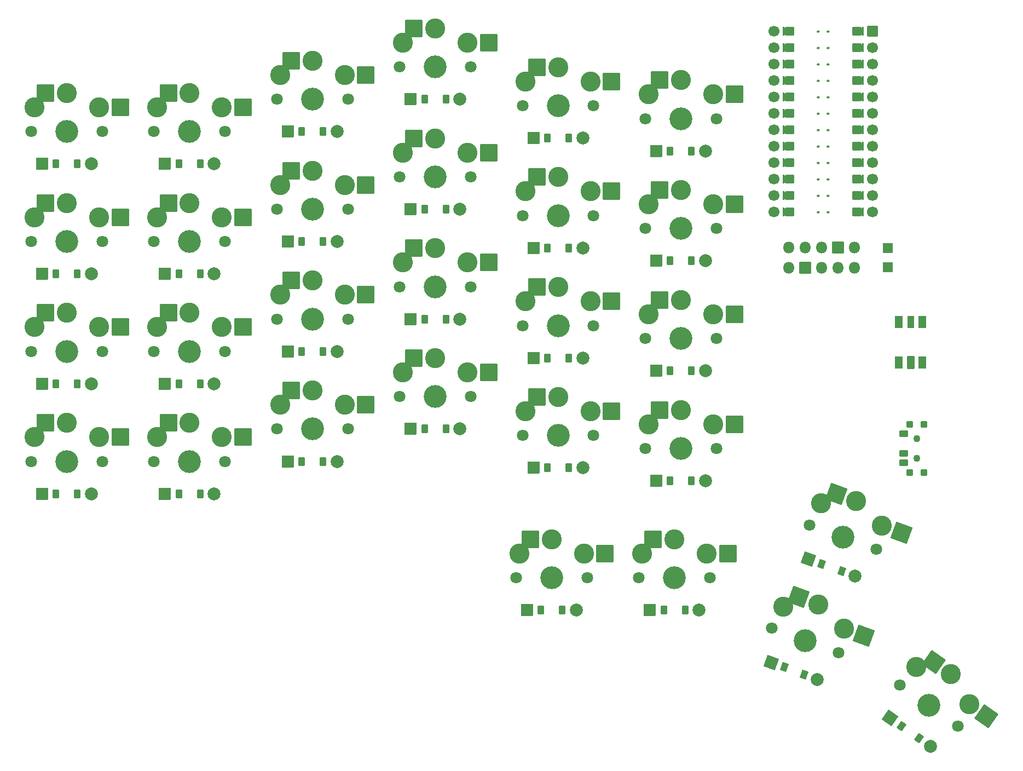
<source format=gbr>
%TF.GenerationSoftware,KiCad,Pcbnew,(6.0.9-0)*%
%TF.CreationDate,2023-01-27T10:49:12-06:00*%
%TF.ProjectId,boardv3,626f6172-6476-4332-9e6b-696361645f70,v1.0.0*%
%TF.SameCoordinates,Original*%
%TF.FileFunction,Soldermask,Bot*%
%TF.FilePolarity,Negative*%
%FSLAX46Y46*%
G04 Gerber Fmt 4.6, Leading zero omitted, Abs format (unit mm)*
G04 Created by KiCad (PCBNEW (6.0.9-0)) date 2023-01-27 10:49:12*
%MOMM*%
%LPD*%
G01*
G04 APERTURE LIST*
G04 Aperture macros list*
%AMRoundRect*
0 Rectangle with rounded corners*
0 $1 Rounding radius*
0 $2 $3 $4 $5 $6 $7 $8 $9 X,Y pos of 4 corners*
0 Add a 4 corners polygon primitive as box body*
4,1,4,$2,$3,$4,$5,$6,$7,$8,$9,$2,$3,0*
0 Add four circle primitives for the rounded corners*
1,1,$1+$1,$2,$3*
1,1,$1+$1,$4,$5*
1,1,$1+$1,$6,$7*
1,1,$1+$1,$8,$9*
0 Add four rect primitives between the rounded corners*
20,1,$1+$1,$2,$3,$4,$5,0*
20,1,$1+$1,$4,$5,$6,$7,0*
20,1,$1+$1,$6,$7,$8,$9,0*
20,1,$1+$1,$8,$9,$2,$3,0*%
%AMFreePoly0*
4,1,14,0.635355,0.435355,0.650000,0.400000,0.650000,0.200000,0.635355,0.164645,0.035355,-0.435355,0.000000,-0.450000,-0.035355,-0.435355,-0.635355,0.164645,-0.650000,0.200000,-0.650000,0.400000,-0.635355,0.435355,-0.600000,0.450000,0.600000,0.450000,0.635355,0.435355,0.635355,0.435355,$1*%
%AMFreePoly1*
4,1,16,0.635355,1.035355,0.650000,1.000000,0.650000,-0.250000,0.635355,-0.285355,0.600000,-0.300000,-0.600000,-0.300000,-0.635355,-0.285355,-0.650000,-0.250000,-0.650000,1.000000,-0.635355,1.035355,-0.600000,1.050000,-0.564645,1.035355,0.000000,0.470710,0.564645,1.035355,0.600000,1.050000,0.635355,1.035355,0.635355,1.035355,$1*%
G04 Aperture macros list end*
%ADD10C,0.250000*%
%ADD11C,0.100000*%
%ADD12RoundRect,0.050000X-0.500000X0.897500X-0.500000X-0.897500X0.500000X-0.897500X0.500000X0.897500X0*%
%ADD13RoundRect,0.050000X-0.545000X0.940000X-0.545000X-0.940000X0.545000X-0.940000X0.545000X0.940000X0*%
%ADD14RoundRect,0.050000X-0.550000X0.900000X-0.550000X-0.900000X0.550000X-0.900000X0.550000X0.900000X0*%
%ADD15C,3.529000*%
%ADD16C,3.100000*%
%ADD17C,1.801800*%
%ADD18RoundRect,0.050000X-1.300000X-1.300000X1.300000X-1.300000X1.300000X1.300000X-1.300000X1.300000X0*%
%ADD19RoundRect,0.050000X-0.450000X0.450000X-0.450000X-0.450000X0.450000X-0.450000X0.450000X0.450000X0*%
%ADD20C,1.100000*%
%ADD21RoundRect,0.050000X-0.625000X0.450000X-0.625000X-0.450000X0.625000X-0.450000X0.625000X0.450000X0*%
%ADD22RoundRect,0.050000X-0.889000X-0.889000X0.889000X-0.889000X0.889000X0.889000X-0.889000X0.889000X0*%
%ADD23RoundRect,0.050000X-0.450000X-0.600000X0.450000X-0.600000X0.450000X0.600000X-0.450000X0.600000X0*%
%ADD24C,2.005000*%
%ADD25RoundRect,0.050000X-1.139443X-0.531331X0.531331X-1.139443X1.139443X0.531331X-0.531331X1.139443X0*%
%ADD26RoundRect,0.050000X-0.628074X-0.409907X0.217650X-0.717725X0.628074X0.409907X-0.217650X0.717725X0*%
%ADD27RoundRect,0.050000X-1.666227X-0.776974X0.776974X-1.666227X1.666227X0.776974X-0.776974X1.666227X0*%
%ADD28C,1.700000*%
%ADD29FreePoly0,270.000000*%
%ADD30FreePoly0,90.000000*%
%ADD31RoundRect,0.050000X-0.800000X0.800000X-0.800000X-0.800000X0.800000X-0.800000X0.800000X0.800000X0*%
%ADD32FreePoly1,90.000000*%
%ADD33FreePoly1,270.000000*%
%ADD34RoundRect,0.050000X-0.750000X-0.750000X0.750000X-0.750000X0.750000X0.750000X-0.750000X0.750000X0*%
%ADD35RoundRect,0.050000X-0.712764X-0.233382X0.024473X-0.749601X0.712764X0.233382X-0.024473X0.749601X0*%
%ADD36RoundRect,0.050000X-1.238136X-0.218317X0.218317X-1.238136X1.238136X0.218317X-0.218317X1.238136X0*%
%ADD37O,1.800000X1.800000*%
%ADD38RoundRect,0.050000X0.850000X0.850000X-0.850000X0.850000X-0.850000X-0.850000X0.850000X-0.850000X0*%
%ADD39RoundRect,0.050000X-0.850000X-0.850000X0.850000X-0.850000X0.850000X0.850000X-0.850000X0.850000X0*%
%ADD40RoundRect,0.050000X-1.810547X-0.319248X0.319248X-1.810547X1.810547X0.319248X-0.319248X1.810547X0*%
G04 APERTURE END LIST*
D10*
%TO.C,MCU1*%
X118168200Y28996700D02*
G75*
G03*
X118168200Y28996700I-125000J0D01*
G01*
X116644200Y46776700D02*
G75*
G03*
X116644200Y46776700I-125000J0D01*
G01*
X118168200Y39156700D02*
G75*
G03*
X118168200Y39156700I-125000J0D01*
G01*
X118168200Y26456700D02*
G75*
G03*
X118168200Y26456700I-125000J0D01*
G01*
X116644200Y28996700D02*
G75*
G03*
X116644200Y28996700I-125000J0D01*
G01*
X118168200Y31536700D02*
G75*
G03*
X118168200Y31536700I-125000J0D01*
G01*
X116644200Y49316700D02*
G75*
G03*
X116644200Y49316700I-125000J0D01*
G01*
X116644200Y39156700D02*
G75*
G03*
X116644200Y39156700I-125000J0D01*
G01*
X118168200Y36616700D02*
G75*
G03*
X118168200Y36616700I-125000J0D01*
G01*
X116644200Y26456700D02*
G75*
G03*
X116644200Y26456700I-125000J0D01*
G01*
X116644200Y21376700D02*
G75*
G03*
X116644200Y21376700I-125000J0D01*
G01*
X116644200Y36616700D02*
G75*
G03*
X116644200Y36616700I-125000J0D01*
G01*
X118168200Y21376700D02*
G75*
G03*
X118168200Y21376700I-125000J0D01*
G01*
X118168200Y23916700D02*
G75*
G03*
X118168200Y23916700I-125000J0D01*
G01*
X118168200Y49316700D02*
G75*
G03*
X118168200Y49316700I-125000J0D01*
G01*
X116644200Y23916700D02*
G75*
G03*
X116644200Y23916700I-125000J0D01*
G01*
X116644200Y31536700D02*
G75*
G03*
X116644200Y31536700I-125000J0D01*
G01*
X118168200Y46776700D02*
G75*
G03*
X118168200Y46776700I-125000J0D01*
G01*
X118168200Y44236700D02*
G75*
G03*
X118168200Y44236700I-125000J0D01*
G01*
X118168200Y41696700D02*
G75*
G03*
X118168200Y41696700I-125000J0D01*
G01*
X116644200Y44236700D02*
G75*
G03*
X116644200Y44236700I-125000J0D01*
G01*
X116644200Y34076700D02*
G75*
G03*
X116644200Y34076700I-125000J0D01*
G01*
X118168200Y34076700D02*
G75*
G03*
X118168200Y34076700I-125000J0D01*
G01*
X116644200Y41696700D02*
G75*
G03*
X116644200Y41696700I-125000J0D01*
G01*
G36*
X112201200Y23408700D02*
G01*
X111185200Y23408700D01*
X111185200Y24424700D01*
X112201200Y24424700D01*
X112201200Y23408700D01*
G37*
D11*
X112201200Y23408700D02*
X111185200Y23408700D01*
X111185200Y24424700D01*
X112201200Y24424700D01*
X112201200Y23408700D01*
G36*
X123377200Y33568700D02*
G01*
X122361200Y33568700D01*
X122361200Y34584700D01*
X123377200Y34584700D01*
X123377200Y33568700D01*
G37*
X123377200Y33568700D02*
X122361200Y33568700D01*
X122361200Y34584700D01*
X123377200Y34584700D01*
X123377200Y33568700D01*
G36*
X123377200Y43728700D02*
G01*
X122361200Y43728700D01*
X122361200Y44744700D01*
X123377200Y44744700D01*
X123377200Y43728700D01*
G37*
X123377200Y43728700D02*
X122361200Y43728700D01*
X122361200Y44744700D01*
X123377200Y44744700D01*
X123377200Y43728700D01*
G36*
X112201200Y28488700D02*
G01*
X111185200Y28488700D01*
X111185200Y29504700D01*
X112201200Y29504700D01*
X112201200Y28488700D01*
G37*
X112201200Y28488700D02*
X111185200Y28488700D01*
X111185200Y29504700D01*
X112201200Y29504700D01*
X112201200Y28488700D01*
G36*
X112201200Y20868700D02*
G01*
X111185200Y20868700D01*
X111185200Y21884700D01*
X112201200Y21884700D01*
X112201200Y20868700D01*
G37*
X112201200Y20868700D02*
X111185200Y20868700D01*
X111185200Y21884700D01*
X112201200Y21884700D01*
X112201200Y20868700D01*
G36*
X123377200Y28488700D02*
G01*
X122361200Y28488700D01*
X122361200Y29504700D01*
X123377200Y29504700D01*
X123377200Y28488700D01*
G37*
X123377200Y28488700D02*
X122361200Y28488700D01*
X122361200Y29504700D01*
X123377200Y29504700D01*
X123377200Y28488700D01*
G36*
X123377200Y36108700D02*
G01*
X122361200Y36108700D01*
X122361200Y37124700D01*
X123377200Y37124700D01*
X123377200Y36108700D01*
G37*
X123377200Y36108700D02*
X122361200Y36108700D01*
X122361200Y37124700D01*
X123377200Y37124700D01*
X123377200Y36108700D01*
G36*
X112201200Y31028700D02*
G01*
X111185200Y31028700D01*
X111185200Y32044700D01*
X112201200Y32044700D01*
X112201200Y31028700D01*
G37*
X112201200Y31028700D02*
X111185200Y31028700D01*
X111185200Y32044700D01*
X112201200Y32044700D01*
X112201200Y31028700D01*
G36*
X112201200Y46268700D02*
G01*
X111185200Y46268700D01*
X111185200Y47284700D01*
X112201200Y47284700D01*
X112201200Y46268700D01*
G37*
X112201200Y46268700D02*
X111185200Y46268700D01*
X111185200Y47284700D01*
X112201200Y47284700D01*
X112201200Y46268700D01*
G36*
X123377200Y25948700D02*
G01*
X122361200Y25948700D01*
X122361200Y26964700D01*
X123377200Y26964700D01*
X123377200Y25948700D01*
G37*
X123377200Y25948700D02*
X122361200Y25948700D01*
X122361200Y26964700D01*
X123377200Y26964700D01*
X123377200Y25948700D01*
G36*
X112201200Y48808700D02*
G01*
X111185200Y48808700D01*
X111185200Y49824700D01*
X112201200Y49824700D01*
X112201200Y48808700D01*
G37*
X112201200Y48808700D02*
X111185200Y48808700D01*
X111185200Y49824700D01*
X112201200Y49824700D01*
X112201200Y48808700D01*
G36*
X123377200Y41188700D02*
G01*
X122361200Y41188700D01*
X122361200Y42204700D01*
X123377200Y42204700D01*
X123377200Y41188700D01*
G37*
X123377200Y41188700D02*
X122361200Y41188700D01*
X122361200Y42204700D01*
X123377200Y42204700D01*
X123377200Y41188700D01*
G36*
X123377200Y23408700D02*
G01*
X122361200Y23408700D01*
X122361200Y24424700D01*
X123377200Y24424700D01*
X123377200Y23408700D01*
G37*
X123377200Y23408700D02*
X122361200Y23408700D01*
X122361200Y24424700D01*
X123377200Y24424700D01*
X123377200Y23408700D01*
G36*
X112201200Y38648700D02*
G01*
X111185200Y38648700D01*
X111185200Y39664700D01*
X112201200Y39664700D01*
X112201200Y38648700D01*
G37*
X112201200Y38648700D02*
X111185200Y38648700D01*
X111185200Y39664700D01*
X112201200Y39664700D01*
X112201200Y38648700D01*
G36*
X112201200Y43728700D02*
G01*
X111185200Y43728700D01*
X111185200Y44744700D01*
X112201200Y44744700D01*
X112201200Y43728700D01*
G37*
X112201200Y43728700D02*
X111185200Y43728700D01*
X111185200Y44744700D01*
X112201200Y44744700D01*
X112201200Y43728700D01*
G36*
X123377200Y48808700D02*
G01*
X122361200Y48808700D01*
X122361200Y49824700D01*
X123377200Y49824700D01*
X123377200Y48808700D01*
G37*
X123377200Y48808700D02*
X122361200Y48808700D01*
X122361200Y49824700D01*
X123377200Y49824700D01*
X123377200Y48808700D01*
G36*
X123377200Y31028700D02*
G01*
X122361200Y31028700D01*
X122361200Y32044700D01*
X123377200Y32044700D01*
X123377200Y31028700D01*
G37*
X123377200Y31028700D02*
X122361200Y31028700D01*
X122361200Y32044700D01*
X123377200Y32044700D01*
X123377200Y31028700D01*
G36*
X112201200Y33568700D02*
G01*
X111185200Y33568700D01*
X111185200Y34584700D01*
X112201200Y34584700D01*
X112201200Y33568700D01*
G37*
X112201200Y33568700D02*
X111185200Y33568700D01*
X111185200Y34584700D01*
X112201200Y34584700D01*
X112201200Y33568700D01*
G36*
X112201200Y41188700D02*
G01*
X111185200Y41188700D01*
X111185200Y42204700D01*
X112201200Y42204700D01*
X112201200Y41188700D01*
G37*
X112201200Y41188700D02*
X111185200Y41188700D01*
X111185200Y42204700D01*
X112201200Y42204700D01*
X112201200Y41188700D01*
G36*
X112201200Y36108700D02*
G01*
X111185200Y36108700D01*
X111185200Y37124700D01*
X112201200Y37124700D01*
X112201200Y36108700D01*
G37*
X112201200Y36108700D02*
X111185200Y36108700D01*
X111185200Y37124700D01*
X112201200Y37124700D01*
X112201200Y36108700D01*
G36*
X112201200Y25948700D02*
G01*
X111185200Y25948700D01*
X111185200Y26964700D01*
X112201200Y26964700D01*
X112201200Y25948700D01*
G37*
X112201200Y25948700D02*
X111185200Y25948700D01*
X111185200Y26964700D01*
X112201200Y26964700D01*
X112201200Y25948700D01*
G36*
X123377200Y38648700D02*
G01*
X122361200Y38648700D01*
X122361200Y39664700D01*
X123377200Y39664700D01*
X123377200Y38648700D01*
G37*
X123377200Y38648700D02*
X122361200Y38648700D01*
X122361200Y39664700D01*
X123377200Y39664700D01*
X123377200Y38648700D01*
G36*
X123377200Y46268700D02*
G01*
X122361200Y46268700D01*
X122361200Y47284700D01*
X123377200Y47284700D01*
X123377200Y46268700D01*
G37*
X123377200Y46268700D02*
X122361200Y46268700D01*
X122361200Y47284700D01*
X123377200Y47284700D01*
X123377200Y46268700D01*
G36*
X123377200Y20868700D02*
G01*
X122361200Y20868700D01*
X122361200Y21884700D01*
X123377200Y21884700D01*
X123377200Y20868700D01*
G37*
X123377200Y20868700D02*
X122361200Y20868700D01*
X122361200Y21884700D01*
X123377200Y21884700D01*
X123377200Y20868700D01*
%TD*%
D12*
%TO.C,B2*%
X130830000Y4407500D03*
D13*
X130870000Y-1910000D03*
D14*
X132660000Y4370000D03*
X132660000Y-1830000D03*
X128960000Y4370000D03*
X128960000Y-1830000D03*
%TD*%
D15*
%TO.C,S24*%
X95281200Y35846700D03*
D16*
X90281200Y39596700D03*
X100281200Y39596700D03*
D17*
X100781200Y35846700D03*
D16*
X95281200Y41796700D03*
X95281200Y41796700D03*
D17*
X89781200Y35846700D03*
D18*
X92006200Y41796700D03*
X103556200Y39596700D03*
%TD*%
D17*
%TO.C,S25*%
X80781200Y-35153300D03*
D16*
X75281200Y-29203300D03*
X80281200Y-31403300D03*
X75281200Y-29203300D03*
D15*
X75281200Y-35153300D03*
D17*
X69781200Y-35153300D03*
D16*
X70281200Y-31403300D03*
D18*
X72006200Y-29203300D03*
X83556200Y-31403300D03*
%TD*%
D17*
%TO.C,S11*%
X43781200Y21846700D03*
X32781200Y21846700D03*
D16*
X38281200Y27796700D03*
X33281200Y25596700D03*
D15*
X38281200Y21846700D03*
D16*
X43281200Y25596700D03*
X38281200Y27796700D03*
D18*
X35006200Y27796700D03*
X46556200Y25596700D03*
%TD*%
D16*
%TO.C,S6*%
X19281200Y5796700D03*
D15*
X19281200Y-153300D03*
D17*
X24781200Y-153300D03*
D16*
X14281200Y3596700D03*
D17*
X13781200Y-153300D03*
D16*
X19281200Y5796700D03*
X24281200Y3596700D03*
D18*
X16006200Y5796700D03*
X27556200Y3596700D03*
%TD*%
D19*
%TO.C,T1*%
X132881200Y-11453300D03*
D20*
X131781200Y-16653300D03*
D19*
X132881200Y-18853300D03*
X130681200Y-18853300D03*
X130681200Y-11453300D03*
D20*
X131781200Y-13653300D03*
D21*
X129706200Y-12903300D03*
X129706200Y-15903300D03*
X129706200Y-17403300D03*
%TD*%
D22*
%TO.C,D15*%
X53471200Y21846700D03*
D23*
X55631200Y21846700D03*
D24*
X61091200Y21846700D03*
D23*
X58931200Y21846700D03*
%TD*%
%TO.C,D26*%
X92631200Y-40153300D03*
D22*
X90471200Y-40153300D03*
D24*
X98091200Y-40153300D03*
D23*
X95931200Y-40153300D03*
%TD*%
D22*
%TO.C,D5*%
X15471200Y-22153300D03*
D23*
X17631200Y-22153300D03*
D24*
X23091200Y-22153300D03*
D23*
X20931200Y-22153300D03*
%TD*%
D25*
%TO.C,D27*%
X109236271Y-48245803D03*
D26*
X111266007Y-48984567D03*
D24*
X116396729Y-50851997D03*
D26*
X114366993Y-50113233D03*
%TD*%
D22*
%TO.C,D17*%
X72471200Y-18153300D03*
D23*
X74631200Y-18153300D03*
D24*
X80091200Y-18153300D03*
D23*
X77931200Y-18153300D03*
%TD*%
D16*
%TO.C,S21*%
X100281200Y-11403300D03*
X95281200Y-9203300D03*
D15*
X95281200Y-15153300D03*
D16*
X90281200Y-11403300D03*
X95281200Y-9203300D03*
D17*
X100781200Y-15153300D03*
X89781200Y-15153300D03*
D18*
X92006200Y-9203300D03*
X103556200Y-11403300D03*
%TD*%
D23*
%TO.C,D4*%
X-1368800Y28846700D03*
D22*
X-3528800Y28846700D03*
D23*
X1931200Y28846700D03*
D24*
X4091200Y28846700D03*
%TD*%
D16*
%TO.C,S27*%
X111110712Y-39616552D03*
X116561620Y-39259329D03*
X120507639Y-43036753D03*
D15*
X114526600Y-44850500D03*
D16*
X116561620Y-39259329D03*
D17*
X119694909Y-46731611D03*
X109358291Y-42969389D03*
D27*
X113484127Y-38139213D03*
X123585132Y-44156869D03*
%TD*%
D23*
%TO.C,D10*%
X36631200Y-153300D03*
D22*
X34471200Y-153300D03*
D23*
X39931200Y-153300D03*
D24*
X42091200Y-153300D03*
%TD*%
D28*
%TO.C,MCU1*%
X124901200Y26456700D03*
X109661200Y34076700D03*
D29*
X123123200Y21376700D03*
D28*
X124901200Y21376700D03*
D30*
X111439200Y28996700D03*
D28*
X124901200Y36616700D03*
D30*
X111439200Y23916700D03*
D29*
X123123200Y44236700D03*
D30*
X111439200Y31536700D03*
D28*
X124901200Y28996700D03*
X124901200Y23916700D03*
D30*
X111439200Y41696700D03*
D28*
X109661200Y23916700D03*
D29*
X123123200Y23916700D03*
D28*
X124901200Y46776700D03*
D29*
X123123200Y31536700D03*
X123123200Y39156700D03*
X123123200Y46776700D03*
X123123200Y49316700D03*
X123123200Y34076700D03*
D28*
X124901200Y39156700D03*
X109661200Y26456700D03*
X124901200Y41696700D03*
D30*
X111439200Y36616700D03*
X111439200Y39156700D03*
X111439200Y49316700D03*
D28*
X109661200Y21376700D03*
X109661200Y49316700D03*
D29*
X123123200Y28996700D03*
D28*
X109661200Y36616700D03*
X109661200Y31536700D03*
X109661200Y44236700D03*
X124901200Y49316700D03*
D30*
X111439200Y26456700D03*
D28*
X124901200Y44236700D03*
D31*
X124901200Y49316700D03*
D28*
X109661200Y28996700D03*
X109661200Y46776700D03*
X109661200Y39156700D03*
D30*
X111439200Y21376700D03*
D28*
X109661200Y41696700D03*
X124901200Y31536700D03*
D29*
X123123200Y26456700D03*
D30*
X111439200Y34076700D03*
X111439200Y44236700D03*
X111439200Y46776700D03*
D28*
X124901200Y34076700D03*
D29*
X123123200Y36616700D03*
X123123200Y41696700D03*
D32*
X112455200Y49316700D03*
X112455200Y46776700D03*
X112455200Y44236700D03*
X112455200Y41696700D03*
X112455200Y39156700D03*
X112455200Y36616700D03*
X112455200Y34076700D03*
X112455200Y31536700D03*
X112455200Y28996700D03*
X112455200Y26456700D03*
X112455200Y23916700D03*
X112455200Y21376700D03*
D33*
X122107200Y21376700D03*
X122107200Y23916700D03*
X122107200Y26456700D03*
X122107200Y28996700D03*
X122107200Y31536700D03*
X122107200Y34076700D03*
X122107200Y36616700D03*
X122107200Y39156700D03*
X122107200Y41696700D03*
X122107200Y44236700D03*
X122107200Y46776700D03*
X122107200Y49316700D03*
%TD*%
D17*
%TO.C,S18*%
X81781200Y3846700D03*
D16*
X76281200Y9796700D03*
X76281200Y9796700D03*
X71281200Y7596700D03*
D17*
X70781200Y3846700D03*
D15*
X76281200Y3846700D03*
D16*
X81281200Y7596700D03*
D18*
X73006200Y9796700D03*
X84556200Y7596700D03*
%TD*%
D34*
%TO.C,PAD2*%
X127281200Y15846700D03*
%TD*%
D17*
%TO.C,S16*%
X51781200Y43846700D03*
D16*
X52281200Y47596700D03*
D17*
X62781200Y43846700D03*
D16*
X62281200Y47596700D03*
X57281200Y49796700D03*
D15*
X57281200Y43846700D03*
D16*
X57281200Y49796700D03*
D18*
X54006200Y49796700D03*
X65556200Y47596700D03*
%TD*%
D22*
%TO.C,D2*%
X-3528800Y-5153300D03*
D23*
X-1368800Y-5153300D03*
X1931200Y-5153300D03*
D24*
X4091200Y-5153300D03*
%TD*%
D20*
%TO.C,T2*%
X131781200Y-16653300D03*
X131781200Y-13653300D03*
%TD*%
D15*
%TO.C,S23*%
X95281200Y18846700D03*
D16*
X100281200Y22596700D03*
X95281200Y24796700D03*
D17*
X100781200Y18846700D03*
X89781200Y18846700D03*
D16*
X90281200Y22596700D03*
X95281200Y24796700D03*
D18*
X92006200Y24796700D03*
X103556200Y22596700D03*
%TD*%
D17*
%TO.C,S7*%
X13781200Y16846700D03*
D16*
X14281200Y20596700D03*
X19281200Y22796700D03*
D17*
X24781200Y16846700D03*
D16*
X19281200Y22796700D03*
X24281200Y20596700D03*
D15*
X19281200Y16846700D03*
D18*
X16006200Y22796700D03*
X27556200Y20596700D03*
%TD*%
D17*
%TO.C,S4*%
X5781200Y33846700D03*
D15*
X281200Y33846700D03*
D17*
X-5218800Y33846700D03*
D16*
X-4718800Y37596700D03*
X281200Y39796700D03*
X281200Y39796700D03*
X5281200Y37596700D03*
D18*
X-2993800Y39796700D03*
X8556200Y37596700D03*
%TD*%
D22*
%TO.C,D8*%
X15471200Y28846700D03*
D23*
X17631200Y28846700D03*
X20931200Y28846700D03*
D24*
X23091200Y28846700D03*
%TD*%
D16*
%TO.C,S14*%
X52281200Y13596700D03*
X57281200Y15796700D03*
D17*
X51781200Y9846700D03*
X62781200Y9846700D03*
D16*
X57281200Y15796700D03*
X62281200Y13596700D03*
D15*
X57281200Y9846700D03*
D18*
X54006200Y15796700D03*
X65556200Y13596700D03*
%TD*%
D23*
%TO.C,D7*%
X17631200Y11846700D03*
D22*
X15471200Y11846700D03*
D23*
X20931200Y11846700D03*
D24*
X23091200Y11846700D03*
%TD*%
D16*
%TO.C,S19*%
X71281200Y24596700D03*
D17*
X70781200Y20846700D03*
D16*
X76281200Y26796700D03*
D15*
X76281200Y20846700D03*
D16*
X76281200Y26796700D03*
X81281200Y24596700D03*
D17*
X81781200Y20846700D03*
D18*
X73006200Y26796700D03*
X84556200Y24596700D03*
%TD*%
D16*
%TO.C,S10*%
X33281200Y8596700D03*
X43281200Y8596700D03*
D17*
X32781200Y4846700D03*
X43781200Y4846700D03*
D15*
X38281200Y4846700D03*
D16*
X38281200Y10796700D03*
X38281200Y10796700D03*
D18*
X35006200Y10796700D03*
X46556200Y8596700D03*
%TD*%
D35*
%TO.C,D29*%
X129412799Y-58055999D03*
D36*
X127643431Y-56817074D03*
D24*
X133885369Y-61187726D03*
D35*
X132116001Y-59948801D03*
%TD*%
D16*
%TO.C,S2*%
X5281200Y3596700D03*
D15*
X281200Y-153300D03*
D16*
X281200Y5796700D03*
X-4718800Y3596700D03*
D17*
X-5218800Y-153300D03*
X5781200Y-153300D03*
D16*
X281200Y5796700D03*
D18*
X-2993800Y5796700D03*
X8556200Y3596700D03*
%TD*%
D22*
%TO.C,D3*%
X-3528800Y11846700D03*
D23*
X-1368800Y11846700D03*
X1931200Y11846700D03*
D24*
X4091200Y11846700D03*
%TD*%
D23*
%TO.C,D22*%
X93631200Y-3153300D03*
D22*
X91471200Y-3153300D03*
D24*
X99091200Y-3153300D03*
D23*
X96931200Y-3153300D03*
%TD*%
D15*
%TO.C,S22*%
X95281200Y1846700D03*
D16*
X95281200Y7796700D03*
X100281200Y5596700D03*
D17*
X100781200Y1846700D03*
D16*
X95281200Y7796700D03*
D17*
X89781200Y1846700D03*
D16*
X90281200Y5596700D03*
D18*
X92006200Y7796700D03*
X103556200Y5596700D03*
%TD*%
D22*
%TO.C,D12*%
X34471200Y33846700D03*
D23*
X36631200Y33846700D03*
X39931200Y33846700D03*
D24*
X42091200Y33846700D03*
%TD*%
D23*
%TO.C,D6*%
X17631200Y-5153300D03*
D22*
X15471200Y-5153300D03*
D23*
X20931200Y-5153300D03*
D24*
X23091200Y-5153300D03*
%TD*%
D16*
%TO.C,S20*%
X71281200Y41596700D03*
X81281200Y41596700D03*
X76281200Y43796700D03*
X76281200Y43796700D03*
D15*
X76281200Y37846700D03*
D17*
X70781200Y37846700D03*
X81781200Y37846700D03*
D18*
X73006200Y43796700D03*
X84556200Y41596700D03*
%TD*%
D16*
%TO.C,S26*%
X94281200Y-29203300D03*
D17*
X88781200Y-35153300D03*
D16*
X99281200Y-31403300D03*
X94281200Y-29203300D03*
D17*
X99781200Y-35153300D03*
D15*
X94281200Y-35153300D03*
D16*
X89281200Y-31403300D03*
D18*
X91006200Y-29203300D03*
X102556200Y-31403300D03*
%TD*%
D34*
%TO.C,PAD1*%
X127281200Y12846700D03*
%TD*%
D17*
%TO.C,S9*%
X43781200Y-12153300D03*
D15*
X38281200Y-12153300D03*
D17*
X32781200Y-12153300D03*
D16*
X33281200Y-8403300D03*
X43281200Y-8403300D03*
X38281200Y-6203300D03*
X38281200Y-6203300D03*
D18*
X35006200Y-6203300D03*
X46556200Y-8403300D03*
%TD*%
D23*
%TO.C,D23*%
X93631200Y13846700D03*
D22*
X91471200Y13846700D03*
D24*
X99091200Y13846700D03*
D23*
X96931200Y13846700D03*
%TD*%
D37*
%TO.C,OLED2*%
X111941200Y12746700D03*
D38*
X114481200Y12746700D03*
D37*
X117021200Y12746700D03*
X119561200Y12746700D03*
X122101200Y12746700D03*
%TD*%
%TO.C,OLED1*%
X122121200Y15946700D03*
D39*
X119581200Y15946700D03*
D37*
X117041200Y15946700D03*
X114501200Y15946700D03*
X111961200Y15946700D03*
%TD*%
D16*
%TO.C,S5*%
X24281200Y-13403300D03*
X14281200Y-13403300D03*
X19281200Y-11203300D03*
X19281200Y-11203300D03*
D17*
X24781200Y-17153300D03*
X13781200Y-17153300D03*
D15*
X19281200Y-17153300D03*
D18*
X16006200Y-11203300D03*
X27556200Y-13403300D03*
%TD*%
D26*
%TO.C,D28*%
X117080407Y-33009867D03*
D25*
X115050671Y-32271103D03*
D26*
X120181393Y-34138533D03*
D24*
X122211129Y-34877297D03*
%TD*%
D17*
%TO.C,S3*%
X5781200Y16846700D03*
D16*
X-4718800Y20596700D03*
X281200Y22796700D03*
D17*
X-5218800Y16846700D03*
D16*
X281200Y22796700D03*
X5281200Y20596700D03*
D15*
X281200Y16846700D03*
D18*
X-2993800Y22796700D03*
X8556200Y20596700D03*
%TD*%
D16*
%TO.C,S15*%
X57281200Y32796700D03*
D15*
X57281200Y26846700D03*
D16*
X57281200Y32796700D03*
X62281200Y30596700D03*
D17*
X62781200Y26846700D03*
X51781200Y26846700D03*
D16*
X52281200Y30596700D03*
D18*
X54006200Y32796700D03*
X65556200Y30596700D03*
%TD*%
D17*
%TO.C,S1*%
X-5218800Y-17153300D03*
D16*
X281200Y-11203300D03*
X5281200Y-13403300D03*
X281200Y-11203300D03*
D15*
X281200Y-17153300D03*
D17*
X5781200Y-17153300D03*
D16*
X-4718800Y-13403300D03*
D18*
X-2993800Y-11203300D03*
X8556200Y-13403300D03*
%TD*%
D22*
%TO.C,D9*%
X34471200Y-17153300D03*
D23*
X36631200Y-17153300D03*
D24*
X42091200Y-17153300D03*
D23*
X39931200Y-17153300D03*
%TD*%
D16*
%TO.C,S12*%
X43281200Y42596700D03*
X38281200Y44796700D03*
D15*
X38281200Y38846700D03*
D17*
X32781200Y38846700D03*
D16*
X33281200Y42596700D03*
D17*
X43781200Y38846700D03*
D16*
X38281200Y44796700D03*
D18*
X35006200Y44796700D03*
X46556200Y42596700D03*
%TD*%
D16*
%TO.C,S8*%
X19281200Y39796700D03*
X24281200Y37596700D03*
D17*
X13781200Y33846700D03*
D15*
X19281200Y33846700D03*
D17*
X24781200Y33846700D03*
D16*
X19281200Y39796700D03*
X14281200Y37596700D03*
D18*
X16006200Y39796700D03*
X27556200Y37596700D03*
%TD*%
D22*
%TO.C,D25*%
X71471200Y-40153300D03*
D23*
X73631200Y-40153300D03*
D24*
X79091200Y-40153300D03*
D23*
X76931200Y-40153300D03*
%TD*%
D22*
%TO.C,D20*%
X72471200Y32846700D03*
D23*
X74631200Y32846700D03*
D24*
X80091200Y32846700D03*
D23*
X77931200Y32846700D03*
%TD*%
%TO.C,D21*%
X93631200Y-20153300D03*
D22*
X91471200Y-20153300D03*
D24*
X99091200Y-20153300D03*
D23*
X96931200Y-20153300D03*
%TD*%
%TO.C,D1*%
X-1368800Y-22153300D03*
D22*
X-3528800Y-22153300D03*
D23*
X1931200Y-22153300D03*
D24*
X4091200Y-22153300D03*
%TD*%
D23*
%TO.C,D18*%
X74631200Y-1153300D03*
D22*
X72471200Y-1153300D03*
D24*
X80091200Y-1153300D03*
D23*
X77931200Y-1153300D03*
%TD*%
D22*
%TO.C,D14*%
X53471200Y4846700D03*
D23*
X55631200Y4846700D03*
D24*
X61091200Y4846700D03*
D23*
X58931200Y4846700D03*
%TD*%
%TO.C,D11*%
X36631200Y16846700D03*
D22*
X34471200Y16846700D03*
D23*
X39931200Y16846700D03*
D24*
X42091200Y16846700D03*
%TD*%
D16*
%TO.C,S13*%
X52281200Y-3403300D03*
D17*
X62781200Y-7153300D03*
D15*
X57281200Y-7153300D03*
D16*
X62281200Y-3403300D03*
X57281200Y-1203300D03*
X57281200Y-1203300D03*
D17*
X51781200Y-7153300D03*
D18*
X54006200Y-1203300D03*
X65556200Y-3403300D03*
%TD*%
D22*
%TO.C,D13*%
X53471200Y-12153300D03*
D23*
X55631200Y-12153300D03*
X58931200Y-12153300D03*
D24*
X61091200Y-12153300D03*
%TD*%
D16*
%TO.C,S17*%
X76281200Y-7203300D03*
X71281200Y-9403300D03*
D17*
X81781200Y-13153300D03*
D15*
X76281200Y-13153300D03*
D17*
X70781200Y-13153300D03*
D16*
X76281200Y-7203300D03*
X81281200Y-9403300D03*
D18*
X73006200Y-7203300D03*
X84556200Y-9403300D03*
%TD*%
D23*
%TO.C,D16*%
X55631200Y38846700D03*
D22*
X53471200Y38846700D03*
D24*
X61091200Y38846700D03*
D23*
X58931200Y38846700D03*
%TD*%
D16*
%TO.C,S28*%
X126322039Y-27061953D03*
X122376020Y-23284529D03*
D15*
X120341000Y-28875700D03*
D16*
X116925112Y-23641752D03*
X122376020Y-23284529D03*
D17*
X125509309Y-30756811D03*
X115172691Y-26994589D03*
D27*
X119298527Y-22164413D03*
X129399532Y-28182069D03*
%TD*%
D17*
%TO.C,S29*%
X129126964Y-51751930D03*
D16*
X137045080Y-50032645D03*
D15*
X133632300Y-54906600D03*
D16*
X139878972Y-54702662D03*
X131687451Y-48966898D03*
X137045080Y-50032645D03*
D17*
X138137636Y-58061270D03*
D40*
X134362357Y-48154183D03*
X142561695Y-56581125D03*
%TD*%
D22*
%TO.C,D19*%
X72471200Y15846700D03*
D23*
X74631200Y15846700D03*
X77931200Y15846700D03*
D24*
X80091200Y15846700D03*
%TD*%
D22*
%TO.C,D24*%
X91471200Y30846700D03*
D23*
X93631200Y30846700D03*
D24*
X99091200Y30846700D03*
D23*
X96931200Y30846700D03*
%TD*%
M02*

</source>
